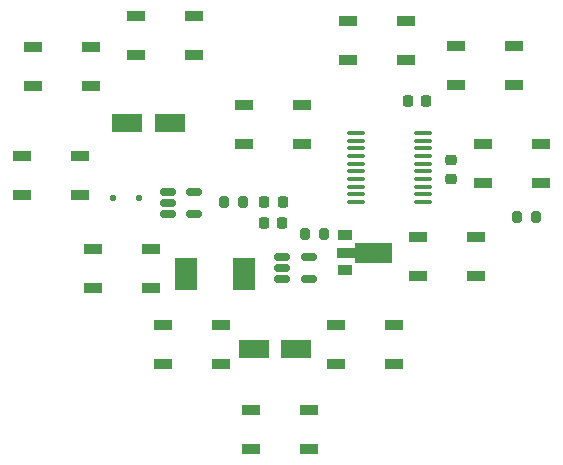
<source format=gtp>
G04 #@! TF.GenerationSoftware,KiCad,Pcbnew,8.0.5*
G04 #@! TF.CreationDate,2024-09-23T19:13:39-07:00*
G04 #@! TF.ProjectId,class 2a,636c6173-7320-4326-912e-6b696361645f,rev?*
G04 #@! TF.SameCoordinates,Original*
G04 #@! TF.FileFunction,Paste,Top*
G04 #@! TF.FilePolarity,Positive*
%FSLAX46Y46*%
G04 Gerber Fmt 4.6, Leading zero omitted, Abs format (unit mm)*
G04 Created by KiCad (PCBNEW 8.0.5) date 2024-09-23 19:13:39*
%MOMM*%
%LPD*%
G01*
G04 APERTURE LIST*
G04 Aperture macros list*
%AMRoundRect*
0 Rectangle with rounded corners*
0 $1 Rounding radius*
0 $2 $3 $4 $5 $6 $7 $8 $9 X,Y pos of 4 corners*
0 Add a 4 corners polygon primitive as box body*
4,1,4,$2,$3,$4,$5,$6,$7,$8,$9,$2,$3,0*
0 Add four circle primitives for the rounded corners*
1,1,$1+$1,$2,$3*
1,1,$1+$1,$4,$5*
1,1,$1+$1,$6,$7*
1,1,$1+$1,$8,$9*
0 Add four rect primitives between the rounded corners*
20,1,$1+$1,$2,$3,$4,$5,0*
20,1,$1+$1,$4,$5,$6,$7,0*
20,1,$1+$1,$6,$7,$8,$9,0*
20,1,$1+$1,$8,$9,$2,$3,0*%
%AMFreePoly0*
4,1,9,3.862500,-0.866500,0.737500,-0.866500,0.737500,-0.450000,-0.737500,-0.450000,-0.737500,0.450000,0.737500,0.450000,0.737500,0.866500,3.862500,0.866500,3.862500,-0.866500,3.862500,-0.866500,$1*%
G04 Aperture macros list end*
%ADD10RoundRect,0.225000X-0.225000X-0.250000X0.225000X-0.250000X0.225000X0.250000X-0.225000X0.250000X0*%
%ADD11R,1.500000X0.900000*%
%ADD12RoundRect,0.200000X-0.200000X-0.275000X0.200000X-0.275000X0.200000X0.275000X-0.200000X0.275000X0*%
%ADD13RoundRect,0.250000X1.050000X0.550000X-1.050000X0.550000X-1.050000X-0.550000X1.050000X-0.550000X0*%
%ADD14RoundRect,0.150000X-0.512500X-0.150000X0.512500X-0.150000X0.512500X0.150000X-0.512500X0.150000X0*%
%ADD15RoundRect,0.225000X0.250000X-0.225000X0.250000X0.225000X-0.250000X0.225000X-0.250000X-0.225000X0*%
%ADD16R,1.903000X2.790000*%
%ADD17R,1.300000X0.900000*%
%ADD18FreePoly0,0.000000*%
%ADD19RoundRect,0.100000X-0.637500X-0.100000X0.637500X-0.100000X0.637500X0.100000X-0.637500X0.100000X0*%
%ADD20RoundRect,0.125000X-0.125000X-0.125000X0.125000X-0.125000X0.125000X0.125000X-0.125000X0.125000X0*%
%ADD21RoundRect,0.250000X-1.050000X-0.550000X1.050000X-0.550000X1.050000X0.550000X-1.050000X0.550000X0*%
G04 APERTURE END LIST*
D10*
G04 #@! TO.C,C1*
X158025000Y-73100000D03*
X159575000Y-73100000D03*
G04 #@! TD*
G04 #@! TO.C,C3*
X145850000Y-83400000D03*
X147400000Y-83400000D03*
G04 #@! TD*
D11*
G04 #@! TO.C,D7*
X137300000Y-92000000D03*
X137300000Y-95300000D03*
X142200000Y-95300000D03*
X142200000Y-92000000D03*
G04 #@! TD*
D12*
G04 #@! TO.C,R1*
X149300000Y-84300000D03*
X150950000Y-84300000D03*
G04 #@! TD*
D11*
G04 #@! TO.C,D6*
X144800000Y-99200000D03*
X144800000Y-102500000D03*
X149700000Y-102500000D03*
X149700000Y-99200000D03*
G04 #@! TD*
D13*
G04 #@! TO.C,C8*
X148600000Y-94100000D03*
X145000000Y-94100000D03*
G04 #@! TD*
D14*
G04 #@! TO.C,U2*
X147400000Y-86250000D03*
X147400000Y-87200000D03*
X147400000Y-88150000D03*
X149675000Y-88150000D03*
X149675000Y-86250000D03*
G04 #@! TD*
D11*
G04 #@! TO.C,D2*
X162100000Y-68400000D03*
X162100000Y-71700000D03*
X167000000Y-71700000D03*
X167000000Y-68400000D03*
G04 #@! TD*
G04 #@! TO.C,D10*
X126300000Y-68500000D03*
X126300000Y-71800000D03*
X131200000Y-71800000D03*
X131200000Y-68500000D03*
G04 #@! TD*
D10*
G04 #@! TO.C,C2*
X145900000Y-81600000D03*
X147450000Y-81600000D03*
G04 #@! TD*
D11*
G04 #@! TO.C,D1*
X153000000Y-66300000D03*
X153000000Y-69600000D03*
X157900000Y-69600000D03*
X157900000Y-66300000D03*
G04 #@! TD*
G04 #@! TO.C,D8*
X131400000Y-85600000D03*
X131400000Y-88900000D03*
X136300000Y-88900000D03*
X136300000Y-85600000D03*
G04 #@! TD*
G04 #@! TO.C,D4*
X158900000Y-84600000D03*
X158900000Y-87900000D03*
X163800000Y-87900000D03*
X163800000Y-84600000D03*
G04 #@! TD*
D14*
G04 #@! TO.C,U3*
X137700000Y-80750000D03*
X137700000Y-81700000D03*
X137700000Y-82650000D03*
X139975000Y-82650000D03*
X139975000Y-80750000D03*
G04 #@! TD*
D11*
G04 #@! TO.C,D5*
X152000000Y-92000000D03*
X152000000Y-95300000D03*
X156900000Y-95300000D03*
X156900000Y-92000000D03*
G04 #@! TD*
D15*
G04 #@! TO.C,C4*
X161700000Y-79650000D03*
X161700000Y-78100000D03*
G04 #@! TD*
D11*
G04 #@! TO.C,D11*
X135000000Y-65900000D03*
X135000000Y-69200000D03*
X139900000Y-69200000D03*
X139900000Y-65900000D03*
G04 #@! TD*
D16*
G04 #@! TO.C,L1*
X139300000Y-87700000D03*
X144153000Y-87700000D03*
G04 #@! TD*
D17*
G04 #@! TO.C,U4*
X152750000Y-84400000D03*
D18*
X152837500Y-85900000D03*
D17*
X152750000Y-87400000D03*
G04 #@! TD*
D19*
G04 #@! TO.C,U1*
X153637500Y-75775000D03*
X153637500Y-76425000D03*
X153637500Y-77075000D03*
X153637500Y-77725000D03*
X153637500Y-78375000D03*
X153637500Y-79025000D03*
X153637500Y-79675000D03*
X153637500Y-80325000D03*
X153637500Y-80975000D03*
X153637500Y-81625000D03*
X159362500Y-81625000D03*
X159362500Y-80975000D03*
X159362500Y-80325000D03*
X159362500Y-79675000D03*
X159362500Y-79025000D03*
X159362500Y-78375000D03*
X159362500Y-77725000D03*
X159362500Y-77075000D03*
X159362500Y-76425000D03*
X159362500Y-75775000D03*
G04 #@! TD*
D12*
G04 #@! TO.C,R2*
X142450000Y-81600000D03*
X144100000Y-81600000D03*
G04 #@! TD*
D20*
G04 #@! TO.C,D13*
X133100000Y-81300000D03*
X135300000Y-81300000D03*
G04 #@! TD*
D11*
G04 #@! TO.C,D9*
X125400000Y-77700000D03*
X125400000Y-81000000D03*
X130300000Y-81000000D03*
X130300000Y-77700000D03*
G04 #@! TD*
G04 #@! TO.C,D12*
X144200000Y-73400000D03*
X144200000Y-76700000D03*
X149100000Y-76700000D03*
X149100000Y-73400000D03*
G04 #@! TD*
D12*
G04 #@! TO.C,R3*
X167250000Y-82900000D03*
X168900000Y-82900000D03*
G04 #@! TD*
D11*
G04 #@! TO.C,D3*
X164400000Y-76700000D03*
X164400000Y-80000000D03*
X169300000Y-80000000D03*
X169300000Y-76700000D03*
G04 #@! TD*
D21*
G04 #@! TO.C,C7*
X134300000Y-74900000D03*
X137900000Y-74900000D03*
G04 #@! TD*
M02*

</source>
